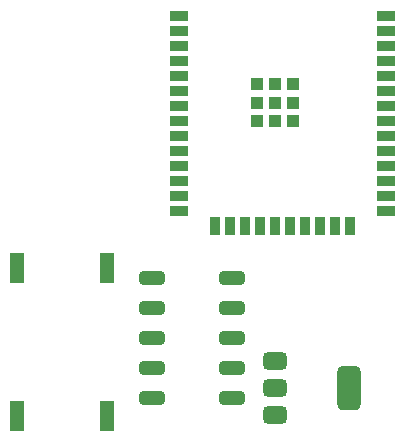
<source format=gbr>
%TF.GenerationSoftware,KiCad,Pcbnew,9.0.0*%
%TF.CreationDate,2025-04-29T12:03:14+05:30*%
%TF.ProjectId,Wireless_charging,57697265-6c65-4737-935f-636861726769,rev?*%
%TF.SameCoordinates,Original*%
%TF.FileFunction,Paste,Top*%
%TF.FilePolarity,Positive*%
%FSLAX46Y46*%
G04 Gerber Fmt 4.6, Leading zero omitted, Abs format (unit mm)*
G04 Created by KiCad (PCBNEW 9.0.0) date 2025-04-29 12:03:14*
%MOMM*%
%LPD*%
G01*
G04 APERTURE LIST*
G04 Aperture macros list*
%AMRoundRect*
0 Rectangle with rounded corners*
0 $1 Rounding radius*
0 $2 $3 $4 $5 $6 $7 $8 $9 X,Y pos of 4 corners*
0 Add a 4 corners polygon primitive as box body*
4,1,4,$2,$3,$4,$5,$6,$7,$8,$9,$2,$3,0*
0 Add four circle primitives for the rounded corners*
1,1,$1+$1,$2,$3*
1,1,$1+$1,$4,$5*
1,1,$1+$1,$6,$7*
1,1,$1+$1,$8,$9*
0 Add four rect primitives between the rounded corners*
20,1,$1+$1,$2,$3,$4,$5,0*
20,1,$1+$1,$4,$5,$6,$7,0*
20,1,$1+$1,$6,$7,$8,$9,0*
20,1,$1+$1,$8,$9,$2,$3,0*%
G04 Aperture macros list end*
%ADD10RoundRect,0.375000X-0.625000X-0.375000X0.625000X-0.375000X0.625000X0.375000X-0.625000X0.375000X0*%
%ADD11RoundRect,0.500000X-0.500000X-1.400000X0.500000X-1.400000X0.500000X1.400000X-0.500000X1.400000X0*%
%ADD12R,1.500000X0.900000*%
%ADD13R,0.900000X1.500000*%
%ADD14R,1.050000X1.050000*%
%ADD15R,1.200000X2.500000*%
%ADD16RoundRect,0.250000X-0.830000X-0.310000X0.830000X-0.310000X0.830000X0.310000X-0.830000X0.310000X0*%
G04 APERTURE END LIST*
D10*
%TO.C,U2*%
X183850000Y-111165000D03*
X183850000Y-113465000D03*
D11*
X190150000Y-113465000D03*
D10*
X183850000Y-115765000D03*
%TD*%
D12*
%TO.C,U1*%
X175750000Y-81930000D03*
X175750000Y-83200000D03*
X175750000Y-84470000D03*
X175750000Y-85740000D03*
X175750000Y-87010000D03*
X175750000Y-88280000D03*
X175750000Y-89550000D03*
X175750000Y-90820000D03*
X175750000Y-92090000D03*
X175750000Y-93360000D03*
X175750000Y-94630000D03*
X175750000Y-95900000D03*
X175750000Y-97170000D03*
X175750000Y-98440000D03*
D13*
X178790000Y-99690000D03*
X180060000Y-99690000D03*
X181330000Y-99690000D03*
X182600000Y-99690000D03*
X183870000Y-99690000D03*
X185140000Y-99690000D03*
X186410000Y-99690000D03*
X187680000Y-99690000D03*
X188950000Y-99690000D03*
X190220000Y-99690000D03*
D12*
X193250000Y-98440000D03*
X193250000Y-97170000D03*
X193250000Y-95900000D03*
X193250000Y-94630000D03*
X193250000Y-93360000D03*
X193250000Y-92090000D03*
X193250000Y-90820000D03*
X193250000Y-89550000D03*
X193250000Y-88280000D03*
X193250000Y-87010000D03*
X193250000Y-85740000D03*
X193250000Y-84470000D03*
X193250000Y-83200000D03*
X193250000Y-81930000D03*
D14*
X182295000Y-87745000D03*
X182295000Y-89270000D03*
X182295000Y-90795000D03*
X183820000Y-87745000D03*
X183820000Y-89270000D03*
X183820000Y-90795000D03*
X185345000Y-87745000D03*
X185345000Y-89270000D03*
X185345000Y-90795000D03*
%TD*%
D15*
%TO.C,SW1*%
X161990000Y-103290000D03*
X161990000Y-115790000D03*
X169610000Y-103290000D03*
X169610000Y-115790000D03*
%TD*%
D16*
%TO.C,J3*%
X173485000Y-104125000D03*
X173485000Y-106665000D03*
X173485000Y-109205000D03*
X173485000Y-111745000D03*
X173485000Y-114285000D03*
X180215000Y-114285000D03*
X180215000Y-111745000D03*
X180215000Y-109205000D03*
X180215000Y-106665000D03*
X180215000Y-104125000D03*
%TD*%
M02*

</source>
